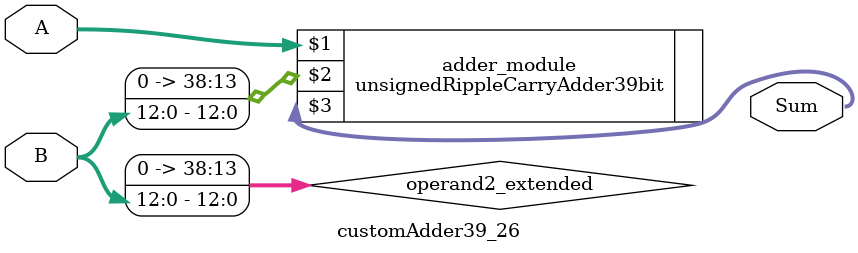
<source format=v>
module customAdder39_26(
                        input [38 : 0] A,
                        input [12 : 0] B,
                        
                        output [39 : 0] Sum
                );

        wire [38 : 0] operand2_extended;
        
        assign operand2_extended =  {26'b0, B};
        
        unsignedRippleCarryAdder39bit adder_module(
            A,
            operand2_extended,
            Sum
        );
        
        endmodule
        
</source>
